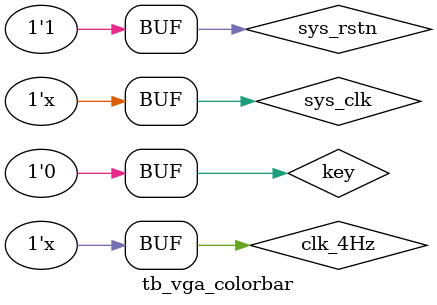
<source format=v>
`timescale 1ns/1ns
module tb_vga_colorbar();

reg sys_clk;
reg clk_4Hz;
reg sys_rstn;
wire hsync;
wire vsync;
wire [2:0] vga_rgb;
reg key;

initial begin
    sys_clk=1'b1;
	 clk_4Hz=1'b0;
    sys_rstn<=1'b0;
	 key=0;
    #20
    sys_rstn<=1'b1;
	 key=1;
	 #30000
	 key=0;
	 #30000
	 key=1;
	 #30000
	 key=0;
	 /*#30000
	 key=1;
	 #30000
	 key=0;
	 #30000
	 key=1;
	 #30000
	 key=0;
	 #30000
	 key=1;
	 #30000
	 key=0;*/
end

always #10 sys_clk=~sys_clk;
always #20 clk_4Hz=~clk_4Hz;

vga_colorbar vga_colorbar_inst(
	 .clk_4Hz(clk_4Hz),
    .sys_clk(sys_clk),
    .sys_rstn(sys_rstn),
    .hsync(hsync),
    .vsync(vsync),
    .vga_rgb(vga_rgb),
	 .key(key)
);

endmodule



</source>
